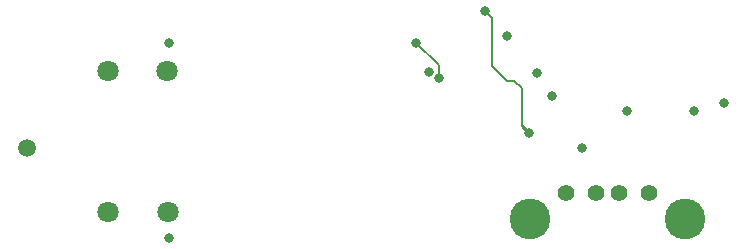
<source format=gbl>
G04 #@! TF.GenerationSoftware,KiCad,Pcbnew,7.0.10*
G04 #@! TF.CreationDate,2024-02-21T14:31:42-05:00*
G04 #@! TF.ProjectId,main_buck_board,6d61696e-5f62-4756-936b-5f626f617264,rev?*
G04 #@! TF.SameCoordinates,Original*
G04 #@! TF.FileFunction,Copper,L4,Bot*
G04 #@! TF.FilePolarity,Positive*
%FSLAX46Y46*%
G04 Gerber Fmt 4.6, Leading zero omitted, Abs format (unit mm)*
G04 Created by KiCad (PCBNEW 7.0.10) date 2024-02-21 14:31:42*
%MOMM*%
%LPD*%
G01*
G04 APERTURE LIST*
G04 #@! TA.AperFunction,ComponentPad*
%ADD10C,1.803400*%
G04 #@! TD*
G04 #@! TA.AperFunction,ComponentPad*
%ADD11C,1.400000*%
G04 #@! TD*
G04 #@! TA.AperFunction,ComponentPad*
%ADD12C,3.450000*%
G04 #@! TD*
G04 #@! TA.AperFunction,ViaPad*
%ADD13C,0.800000*%
G04 #@! TD*
G04 #@! TA.AperFunction,ViaPad*
%ADD14C,1.500000*%
G04 #@! TD*
G04 #@! TA.AperFunction,Conductor*
%ADD15C,0.203200*%
G04 #@! TD*
G04 #@! TA.AperFunction,Conductor*
%ADD16C,0.250000*%
G04 #@! TD*
G04 APERTURE END LIST*
D10*
X153565000Y-103270000D03*
X158565000Y-103270000D03*
D11*
X192350000Y-113665000D03*
X194850000Y-113665000D03*
X196850000Y-113665000D03*
X199350000Y-113665000D03*
D12*
X189280000Y-115865000D03*
X202420000Y-115865000D03*
D10*
X153615000Y-115250000D03*
X158615000Y-115250000D03*
D13*
X193675000Y-109855000D03*
X189865000Y-103505000D03*
X191135000Y-105410000D03*
X158750000Y-100965000D03*
X203200000Y-106680000D03*
X187325000Y-100330000D03*
X158750000Y-117475000D03*
X197485000Y-106680000D03*
X205740000Y-106045000D03*
X180734847Y-103354847D03*
D14*
X146685000Y-109855000D03*
D13*
X181565798Y-103874390D03*
X179647745Y-100907745D03*
X189230000Y-108585000D03*
X185456907Y-98188928D03*
D15*
X181565798Y-102825798D02*
X179665000Y-100925000D01*
X181565798Y-103874390D02*
X181565798Y-102825798D01*
X186055000Y-102870000D02*
X186055000Y-98787021D01*
X186055000Y-98787021D02*
X185456907Y-98188928D01*
X188595000Y-104775000D02*
X187960000Y-104140000D01*
X188595000Y-107950000D02*
X188595000Y-104775000D01*
X187960000Y-104140000D02*
X187325000Y-104140000D01*
D16*
X189230000Y-108585000D02*
X188595000Y-107950000D01*
D15*
X187325000Y-104140000D02*
X186055000Y-102870000D01*
M02*

</source>
